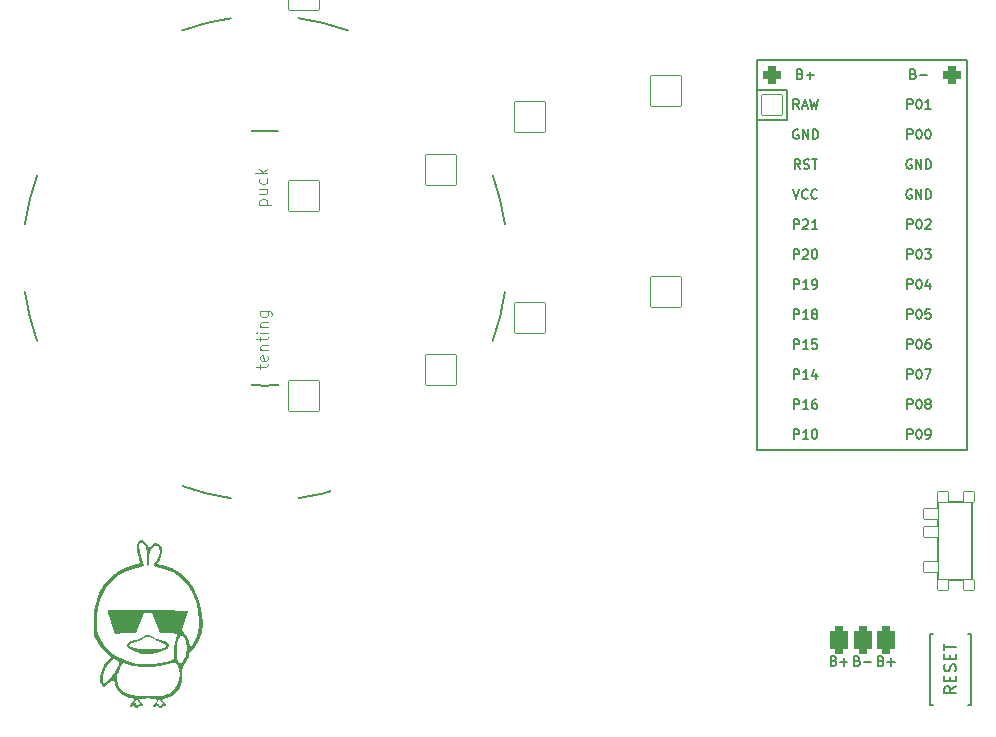
<source format=gto>
%TF.GenerationSoftware,KiCad,Pcbnew,(6.0.4-0)*%
%TF.CreationDate,2022-04-28T13:46:59+02:00*%
%TF.ProjectId,duckmini,6475636b-6d69-46e6-992e-6b696361645f,v1.0.0*%
%TF.SameCoordinates,Original*%
%TF.FileFunction,Legend,Top*%
%TF.FilePolarity,Positive*%
%FSLAX46Y46*%
G04 Gerber Fmt 4.6, Leading zero omitted, Abs format (unit mm)*
G04 Created by KiCad (PCBNEW (6.0.4-0)) date 2022-04-28 13:46:59*
%MOMM*%
%LPD*%
G01*
G04 APERTURE LIST*
G04 Aperture macros list*
%AMRoundRect*
0 Rectangle with rounded corners*
0 $1 Rounding radius*
0 $2 $3 $4 $5 $6 $7 $8 $9 X,Y pos of 4 corners*
0 Add a 4 corners polygon primitive as box body*
4,1,4,$2,$3,$4,$5,$6,$7,$8,$9,$2,$3,0*
0 Add four circle primitives for the rounded corners*
1,1,$1+$1,$2,$3*
1,1,$1+$1,$4,$5*
1,1,$1+$1,$6,$7*
1,1,$1+$1,$8,$9*
0 Add four rect primitives between the rounded corners*
20,1,$1+$1,$2,$3,$4,$5,0*
20,1,$1+$1,$4,$5,$6,$7,0*
20,1,$1+$1,$6,$7,$8,$9,0*
20,1,$1+$1,$8,$9,$2,$3,0*%
G04 Aperture macros list end*
%ADD10C,0.150000*%
%ADD11C,0.100000*%
%ADD12C,0.200000*%
%ADD13RoundRect,0.375000X-0.375000X-0.750000X0.375000X-0.750000X0.375000X0.750000X-0.375000X0.750000X0*%
%ADD14C,2.000000*%
%ADD15R,1.752600X1.752600*%
%ADD16C,1.752600*%
%ADD17RoundRect,0.375000X-0.375000X-0.375000X0.375000X-0.375000X0.375000X0.375000X-0.375000X0.375000X0*%
%ADD18RoundRect,0.050000X-0.450000X0.450000X-0.450000X-0.450000X0.450000X-0.450000X0.450000X0.450000X0*%
%ADD19RoundRect,0.050000X-0.625000X0.450000X-0.625000X-0.450000X0.625000X-0.450000X0.625000X0.450000X0*%
%ADD20RoundRect,0.425000X-0.375000X-0.750000X0.375000X-0.750000X0.375000X0.750000X-0.375000X0.750000X0*%
%ADD21C,2.100000*%
%ADD22C,3.100000*%
%ADD23C,1.801800*%
%ADD24C,3.529000*%
%ADD25RoundRect,0.050000X-1.054507X-1.505993X1.505993X-1.054507X1.054507X1.505993X-1.505993X1.054507X0*%
%ADD26C,2.132000*%
%ADD27RoundRect,0.050000X-1.181751X-1.408356X1.408356X-1.181751X1.181751X1.408356X-1.408356X1.181751X0*%
%ADD28RoundRect,0.050000X-1.300000X-1.300000X1.300000X-1.300000X1.300000X1.300000X-1.300000X1.300000X0*%
%ADD29RoundRect,0.050000X-1.775833X-0.475833X0.475833X-1.775833X1.775833X0.475833X-0.475833X1.775833X0*%
%ADD30C,1.100000*%
%ADD31RoundRect,0.050000X-0.863113X-1.623279X1.623279X-0.863113X0.863113X1.623279X-1.623279X0.863113X0*%
%ADD32RoundRect,0.050000X-1.592168X-0.919239X0.919239X-1.592168X1.592168X0.919239X-0.919239X1.592168X0*%
%ADD33RoundRect,0.050000X-0.876300X0.876300X-0.876300X-0.876300X0.876300X-0.876300X0.876300X0.876300X0*%
%ADD34C,1.852600*%
%ADD35RoundRect,0.425000X-0.375000X-0.375000X0.375000X-0.375000X0.375000X0.375000X-0.375000X0.375000X0*%
%ADD36C,4.500000*%
G04 APERTURE END LIST*
D10*
%TO.C,PAD1*%
X153972991Y54073625D02*
X154087277Y54035530D01*
X154125372Y53997435D01*
X154163467Y53921244D01*
X154163467Y53806959D01*
X154125372Y53730768D01*
X154087277Y53692673D01*
X154011087Y53654578D01*
X153706325Y53654578D01*
X153706325Y54454578D01*
X153972991Y54454578D01*
X154049182Y54416483D01*
X154087277Y54378387D01*
X154125372Y54302197D01*
X154125372Y54226006D01*
X154087277Y54149816D01*
X154049182Y54111721D01*
X153972991Y54073625D01*
X153706325Y54073625D01*
X154506325Y53959340D02*
X155115848Y53959340D01*
X151972991Y54073625D02*
X152087277Y54035530D01*
X152125372Y53997435D01*
X152163467Y53921244D01*
X152163467Y53806959D01*
X152125372Y53730768D01*
X152087277Y53692673D01*
X152011087Y53654578D01*
X151706325Y53654578D01*
X151706325Y54454578D01*
X151972991Y54454578D01*
X152049182Y54416483D01*
X152087277Y54378387D01*
X152125372Y54302197D01*
X152125372Y54226006D01*
X152087277Y54149816D01*
X152049182Y54111721D01*
X151972991Y54073625D01*
X151706325Y54073625D01*
X152506325Y53959340D02*
X153115848Y53959340D01*
X152811087Y53654578D02*
X152811087Y54264102D01*
X155972991Y54073625D02*
X156087277Y54035530D01*
X156125372Y53997435D01*
X156163467Y53921244D01*
X156163467Y53806959D01*
X156125372Y53730768D01*
X156087277Y53692673D01*
X156011087Y53654578D01*
X155706325Y53654578D01*
X155706325Y54454578D01*
X155972991Y54454578D01*
X156049182Y54416483D01*
X156087277Y54378387D01*
X156125372Y54302197D01*
X156125372Y54226006D01*
X156087277Y54149816D01*
X156049182Y54111721D01*
X155972991Y54073625D01*
X155706325Y54073625D01*
X156506325Y53959340D02*
X157115848Y53959340D01*
X156811087Y53654578D02*
X156811087Y54264102D01*
%TO.C,B1*%
X162302380Y51887619D02*
X161826190Y51554285D01*
X162302380Y51316190D02*
X161302380Y51316190D01*
X161302380Y51697142D01*
X161350000Y51792380D01*
X161397619Y51840000D01*
X161492857Y51887619D01*
X161635714Y51887619D01*
X161730952Y51840000D01*
X161778571Y51792380D01*
X161826190Y51697142D01*
X161826190Y51316190D01*
X161778571Y52316190D02*
X161778571Y52649523D01*
X162302380Y52792380D02*
X162302380Y52316190D01*
X161302380Y52316190D01*
X161302380Y52792380D01*
X162254761Y53173333D02*
X162302380Y53316190D01*
X162302380Y53554285D01*
X162254761Y53649523D01*
X162207142Y53697142D01*
X162111904Y53744761D01*
X162016666Y53744761D01*
X161921428Y53697142D01*
X161873809Y53649523D01*
X161826190Y53554285D01*
X161778571Y53363809D01*
X161730952Y53268571D01*
X161683333Y53220952D01*
X161588095Y53173333D01*
X161492857Y53173333D01*
X161397619Y53220952D01*
X161350000Y53268571D01*
X161302380Y53363809D01*
X161302380Y53601904D01*
X161350000Y53744761D01*
X161778571Y54173333D02*
X161778571Y54506666D01*
X162302380Y54649523D02*
X162302380Y54173333D01*
X161302380Y54173333D01*
X161302380Y54649523D01*
X161302380Y54935238D02*
X161302380Y55506666D01*
X162302380Y55220952D02*
X161302380Y55220952D01*
%TO.C,MCU1*%
X158185784Y75380637D02*
X158185784Y76180637D01*
X158490546Y76180637D01*
X158566736Y76142542D01*
X158604832Y76104446D01*
X158642927Y76028256D01*
X158642927Y75913970D01*
X158604832Y75837780D01*
X158566736Y75799684D01*
X158490546Y75761589D01*
X158185784Y75761589D01*
X159138165Y76180637D02*
X159214355Y76180637D01*
X159290546Y76142542D01*
X159328641Y76104446D01*
X159366736Y76028256D01*
X159404832Y75875875D01*
X159404832Y75685399D01*
X159366736Y75533018D01*
X159328641Y75456827D01*
X159290546Y75418732D01*
X159214355Y75380637D01*
X159138165Y75380637D01*
X159061974Y75418732D01*
X159023879Y75456827D01*
X158985784Y75533018D01*
X158947689Y75685399D01*
X158947689Y75875875D01*
X158985784Y76028256D01*
X159023879Y76104446D01*
X159061974Y76142542D01*
X159138165Y76180637D01*
X159861974Y75837780D02*
X159785784Y75875875D01*
X159747689Y75913970D01*
X159709593Y75990161D01*
X159709593Y76028256D01*
X159747689Y76104446D01*
X159785784Y76142542D01*
X159861974Y76180637D01*
X160014355Y76180637D01*
X160090546Y76142542D01*
X160128641Y76104446D01*
X160166736Y76028256D01*
X160166736Y75990161D01*
X160128641Y75913970D01*
X160090546Y75875875D01*
X160014355Y75837780D01*
X159861974Y75837780D01*
X159785784Y75799684D01*
X159747689Y75761589D01*
X159709593Y75685399D01*
X159709593Y75533018D01*
X159747689Y75456827D01*
X159785784Y75418732D01*
X159861974Y75380637D01*
X160014355Y75380637D01*
X160090546Y75418732D01*
X160128641Y75456827D01*
X160166736Y75533018D01*
X160166736Y75685399D01*
X160128641Y75761589D01*
X160090546Y75799684D01*
X160014355Y75837780D01*
X158185784Y100780637D02*
X158185784Y101580637D01*
X158490546Y101580637D01*
X158566736Y101542542D01*
X158604832Y101504446D01*
X158642927Y101428256D01*
X158642927Y101313970D01*
X158604832Y101237780D01*
X158566736Y101199684D01*
X158490546Y101161589D01*
X158185784Y101161589D01*
X159138165Y101580637D02*
X159214355Y101580637D01*
X159290546Y101542542D01*
X159328641Y101504446D01*
X159366736Y101428256D01*
X159404832Y101275875D01*
X159404832Y101085399D01*
X159366736Y100933018D01*
X159328641Y100856827D01*
X159290546Y100818732D01*
X159214355Y100780637D01*
X159138165Y100780637D01*
X159061974Y100818732D01*
X159023879Y100856827D01*
X158985784Y100933018D01*
X158947689Y101085399D01*
X158947689Y101275875D01*
X158985784Y101428256D01*
X159023879Y101504446D01*
X159061974Y101542542D01*
X159138165Y101580637D01*
X160166736Y100780637D02*
X159709593Y100780637D01*
X159938165Y100780637D02*
X159938165Y101580637D01*
X159861974Y101466351D01*
X159785784Y101390161D01*
X159709593Y101352065D01*
X148585784Y90620637D02*
X148585784Y91420637D01*
X148890546Y91420637D01*
X148966736Y91382542D01*
X149004832Y91344446D01*
X149042927Y91268256D01*
X149042927Y91153970D01*
X149004832Y91077780D01*
X148966736Y91039684D01*
X148890546Y91001589D01*
X148585784Y91001589D01*
X149347689Y91344446D02*
X149385784Y91382542D01*
X149461974Y91420637D01*
X149652451Y91420637D01*
X149728641Y91382542D01*
X149766736Y91344446D01*
X149804832Y91268256D01*
X149804832Y91192065D01*
X149766736Y91077780D01*
X149309593Y90620637D01*
X149804832Y90620637D01*
X150566736Y90620637D02*
X150109593Y90620637D01*
X150338165Y90620637D02*
X150338165Y91420637D01*
X150261974Y91306351D01*
X150185784Y91230161D01*
X150109593Y91192065D01*
X148585784Y77920637D02*
X148585784Y78720637D01*
X148890546Y78720637D01*
X148966736Y78682542D01*
X149004832Y78644446D01*
X149042927Y78568256D01*
X149042927Y78453970D01*
X149004832Y78377780D01*
X148966736Y78339684D01*
X148890546Y78301589D01*
X148585784Y78301589D01*
X149804832Y77920637D02*
X149347689Y77920637D01*
X149576260Y77920637D02*
X149576260Y78720637D01*
X149500070Y78606351D01*
X149423879Y78530161D01*
X149347689Y78492065D01*
X150490546Y78453970D02*
X150490546Y77920637D01*
X150300070Y78758732D02*
X150109593Y78187303D01*
X150604832Y78187303D01*
X149119117Y103739684D02*
X149233403Y103701589D01*
X149271498Y103663494D01*
X149309593Y103587303D01*
X149309593Y103473018D01*
X149271498Y103396827D01*
X149233403Y103358732D01*
X149157213Y103320637D01*
X148852451Y103320637D01*
X148852451Y104120637D01*
X149119117Y104120637D01*
X149195308Y104082542D01*
X149233403Y104044446D01*
X149271498Y103968256D01*
X149271498Y103892065D01*
X149233403Y103815875D01*
X149195308Y103777780D01*
X149119117Y103739684D01*
X148852451Y103739684D01*
X149652451Y103625399D02*
X150261974Y103625399D01*
X149957213Y103320637D02*
X149957213Y103930161D01*
X148585784Y88080637D02*
X148585784Y88880637D01*
X148890546Y88880637D01*
X148966736Y88842542D01*
X149004832Y88804446D01*
X149042927Y88728256D01*
X149042927Y88613970D01*
X149004832Y88537780D01*
X148966736Y88499684D01*
X148890546Y88461589D01*
X148585784Y88461589D01*
X149347689Y88804446D02*
X149385784Y88842542D01*
X149461974Y88880637D01*
X149652451Y88880637D01*
X149728641Y88842542D01*
X149766736Y88804446D01*
X149804832Y88728256D01*
X149804832Y88652065D01*
X149766736Y88537780D01*
X149309593Y88080637D01*
X149804832Y88080637D01*
X150300070Y88880637D02*
X150376260Y88880637D01*
X150452451Y88842542D01*
X150490546Y88804446D01*
X150528641Y88728256D01*
X150566736Y88575875D01*
X150566736Y88385399D01*
X150528641Y88233018D01*
X150490546Y88156827D01*
X150452451Y88118732D01*
X150376260Y88080637D01*
X150300070Y88080637D01*
X150223879Y88118732D01*
X150185784Y88156827D01*
X150147689Y88233018D01*
X150109593Y88385399D01*
X150109593Y88575875D01*
X150147689Y88728256D01*
X150185784Y88804446D01*
X150223879Y88842542D01*
X150300070Y88880637D01*
X158185784Y72840637D02*
X158185784Y73640637D01*
X158490546Y73640637D01*
X158566736Y73602542D01*
X158604832Y73564446D01*
X158642927Y73488256D01*
X158642927Y73373970D01*
X158604832Y73297780D01*
X158566736Y73259684D01*
X158490546Y73221589D01*
X158185784Y73221589D01*
X159138165Y73640637D02*
X159214355Y73640637D01*
X159290546Y73602542D01*
X159328641Y73564446D01*
X159366736Y73488256D01*
X159404832Y73335875D01*
X159404832Y73145399D01*
X159366736Y72993018D01*
X159328641Y72916827D01*
X159290546Y72878732D01*
X159214355Y72840637D01*
X159138165Y72840637D01*
X159061974Y72878732D01*
X159023879Y72916827D01*
X158985784Y72993018D01*
X158947689Y73145399D01*
X158947689Y73335875D01*
X158985784Y73488256D01*
X159023879Y73564446D01*
X159061974Y73602542D01*
X159138165Y73640637D01*
X159785784Y72840637D02*
X159938165Y72840637D01*
X160014355Y72878732D01*
X160052451Y72916827D01*
X160128641Y73031113D01*
X160166736Y73183494D01*
X160166736Y73488256D01*
X160128641Y73564446D01*
X160090546Y73602542D01*
X160014355Y73640637D01*
X159861974Y73640637D01*
X159785784Y73602542D01*
X159747689Y73564446D01*
X159709593Y73488256D01*
X159709593Y73297780D01*
X159747689Y73221589D01*
X159785784Y73183494D01*
X159861974Y73145399D01*
X160014355Y73145399D01*
X160090546Y73183494D01*
X160128641Y73221589D01*
X160166736Y73297780D01*
X148585784Y75380637D02*
X148585784Y76180637D01*
X148890546Y76180637D01*
X148966736Y76142542D01*
X149004832Y76104446D01*
X149042927Y76028256D01*
X149042927Y75913970D01*
X149004832Y75837780D01*
X148966736Y75799684D01*
X148890546Y75761589D01*
X148585784Y75761589D01*
X149804832Y75380637D02*
X149347689Y75380637D01*
X149576260Y75380637D02*
X149576260Y76180637D01*
X149500070Y76066351D01*
X149423879Y75990161D01*
X149347689Y75952065D01*
X150490546Y76180637D02*
X150338165Y76180637D01*
X150261974Y76142542D01*
X150223879Y76104446D01*
X150147689Y75990161D01*
X150109593Y75837780D01*
X150109593Y75533018D01*
X150147689Y75456827D01*
X150185784Y75418732D01*
X150261974Y75380637D01*
X150414355Y75380637D01*
X150490546Y75418732D01*
X150528641Y75456827D01*
X150566736Y75533018D01*
X150566736Y75723494D01*
X150528641Y75799684D01*
X150490546Y75837780D01*
X150414355Y75875875D01*
X150261974Y75875875D01*
X150185784Y75837780D01*
X150147689Y75799684D01*
X150109593Y75723494D01*
X149119117Y95700637D02*
X148852451Y96081589D01*
X148661974Y95700637D02*
X148661974Y96500637D01*
X148966736Y96500637D01*
X149042927Y96462542D01*
X149081022Y96424446D01*
X149119117Y96348256D01*
X149119117Y96233970D01*
X149081022Y96157780D01*
X149042927Y96119684D01*
X148966736Y96081589D01*
X148661974Y96081589D01*
X149423879Y95738732D02*
X149538165Y95700637D01*
X149728641Y95700637D01*
X149804832Y95738732D01*
X149842927Y95776827D01*
X149881022Y95853018D01*
X149881022Y95929208D01*
X149842927Y96005399D01*
X149804832Y96043494D01*
X149728641Y96081589D01*
X149576260Y96119684D01*
X149500070Y96157780D01*
X149461974Y96195875D01*
X149423879Y96272065D01*
X149423879Y96348256D01*
X149461974Y96424446D01*
X149500070Y96462542D01*
X149576260Y96500637D01*
X149766736Y96500637D01*
X149881022Y96462542D01*
X150109593Y96500637D02*
X150566736Y96500637D01*
X150338165Y95700637D02*
X150338165Y96500637D01*
X158185784Y90620637D02*
X158185784Y91420637D01*
X158490546Y91420637D01*
X158566736Y91382542D01*
X158604832Y91344446D01*
X158642927Y91268256D01*
X158642927Y91153970D01*
X158604832Y91077780D01*
X158566736Y91039684D01*
X158490546Y91001589D01*
X158185784Y91001589D01*
X159138165Y91420637D02*
X159214355Y91420637D01*
X159290546Y91382542D01*
X159328641Y91344446D01*
X159366736Y91268256D01*
X159404832Y91115875D01*
X159404832Y90925399D01*
X159366736Y90773018D01*
X159328641Y90696827D01*
X159290546Y90658732D01*
X159214355Y90620637D01*
X159138165Y90620637D01*
X159061974Y90658732D01*
X159023879Y90696827D01*
X158985784Y90773018D01*
X158947689Y90925399D01*
X158947689Y91115875D01*
X158985784Y91268256D01*
X159023879Y91344446D01*
X159061974Y91382542D01*
X159138165Y91420637D01*
X159709593Y91344446D02*
X159747689Y91382542D01*
X159823879Y91420637D01*
X160014355Y91420637D01*
X160090546Y91382542D01*
X160128641Y91344446D01*
X160166736Y91268256D01*
X160166736Y91192065D01*
X160128641Y91077780D01*
X159671498Y90620637D01*
X160166736Y90620637D01*
X148585784Y83000637D02*
X148585784Y83800637D01*
X148890546Y83800637D01*
X148966736Y83762542D01*
X149004832Y83724446D01*
X149042927Y83648256D01*
X149042927Y83533970D01*
X149004832Y83457780D01*
X148966736Y83419684D01*
X148890546Y83381589D01*
X148585784Y83381589D01*
X149804832Y83000637D02*
X149347689Y83000637D01*
X149576260Y83000637D02*
X149576260Y83800637D01*
X149500070Y83686351D01*
X149423879Y83610161D01*
X149347689Y83572065D01*
X150261974Y83457780D02*
X150185784Y83495875D01*
X150147689Y83533970D01*
X150109593Y83610161D01*
X150109593Y83648256D01*
X150147689Y83724446D01*
X150185784Y83762542D01*
X150261974Y83800637D01*
X150414355Y83800637D01*
X150490546Y83762542D01*
X150528641Y83724446D01*
X150566736Y83648256D01*
X150566736Y83610161D01*
X150528641Y83533970D01*
X150490546Y83495875D01*
X150414355Y83457780D01*
X150261974Y83457780D01*
X150185784Y83419684D01*
X150147689Y83381589D01*
X150109593Y83305399D01*
X150109593Y83153018D01*
X150147689Y83076827D01*
X150185784Y83038732D01*
X150261974Y83000637D01*
X150414355Y83000637D01*
X150490546Y83038732D01*
X150528641Y83076827D01*
X150566736Y83153018D01*
X150566736Y83305399D01*
X150528641Y83381589D01*
X150490546Y83419684D01*
X150414355Y83457780D01*
X148585784Y72840637D02*
X148585784Y73640637D01*
X148890546Y73640637D01*
X148966736Y73602542D01*
X149004832Y73564446D01*
X149042927Y73488256D01*
X149042927Y73373970D01*
X149004832Y73297780D01*
X148966736Y73259684D01*
X148890546Y73221589D01*
X148585784Y73221589D01*
X149804832Y72840637D02*
X149347689Y72840637D01*
X149576260Y72840637D02*
X149576260Y73640637D01*
X149500070Y73526351D01*
X149423879Y73450161D01*
X149347689Y73412065D01*
X150300070Y73640637D02*
X150376260Y73640637D01*
X150452451Y73602542D01*
X150490546Y73564446D01*
X150528641Y73488256D01*
X150566736Y73335875D01*
X150566736Y73145399D01*
X150528641Y72993018D01*
X150490546Y72916827D01*
X150452451Y72878732D01*
X150376260Y72840637D01*
X150300070Y72840637D01*
X150223879Y72878732D01*
X150185784Y72916827D01*
X150147689Y72993018D01*
X150109593Y73145399D01*
X150109593Y73335875D01*
X150147689Y73488256D01*
X150185784Y73564446D01*
X150223879Y73602542D01*
X150300070Y73640637D01*
X158547689Y93922542D02*
X158471498Y93960637D01*
X158357213Y93960637D01*
X158242927Y93922542D01*
X158166736Y93846351D01*
X158128641Y93770161D01*
X158090546Y93617780D01*
X158090546Y93503494D01*
X158128641Y93351113D01*
X158166736Y93274922D01*
X158242927Y93198732D01*
X158357213Y93160637D01*
X158433403Y93160637D01*
X158547689Y93198732D01*
X158585784Y93236827D01*
X158585784Y93503494D01*
X158433403Y93503494D01*
X158928641Y93160637D02*
X158928641Y93960637D01*
X159385784Y93160637D01*
X159385784Y93960637D01*
X159766736Y93160637D02*
X159766736Y93960637D01*
X159957213Y93960637D01*
X160071498Y93922542D01*
X160147689Y93846351D01*
X160185784Y93770161D01*
X160223879Y93617780D01*
X160223879Y93503494D01*
X160185784Y93351113D01*
X160147689Y93274922D01*
X160071498Y93198732D01*
X159957213Y93160637D01*
X159766736Y93160637D01*
X158185784Y98240637D02*
X158185784Y99040637D01*
X158490546Y99040637D01*
X158566736Y99002542D01*
X158604832Y98964446D01*
X158642927Y98888256D01*
X158642927Y98773970D01*
X158604832Y98697780D01*
X158566736Y98659684D01*
X158490546Y98621589D01*
X158185784Y98621589D01*
X159138165Y99040637D02*
X159214355Y99040637D01*
X159290546Y99002542D01*
X159328641Y98964446D01*
X159366736Y98888256D01*
X159404832Y98735875D01*
X159404832Y98545399D01*
X159366736Y98393018D01*
X159328641Y98316827D01*
X159290546Y98278732D01*
X159214355Y98240637D01*
X159138165Y98240637D01*
X159061974Y98278732D01*
X159023879Y98316827D01*
X158985784Y98393018D01*
X158947689Y98545399D01*
X158947689Y98735875D01*
X158985784Y98888256D01*
X159023879Y98964446D01*
X159061974Y99002542D01*
X159138165Y99040637D01*
X159900070Y99040637D02*
X159976260Y99040637D01*
X160052451Y99002542D01*
X160090546Y98964446D01*
X160128641Y98888256D01*
X160166736Y98735875D01*
X160166736Y98545399D01*
X160128641Y98393018D01*
X160090546Y98316827D01*
X160052451Y98278732D01*
X159976260Y98240637D01*
X159900070Y98240637D01*
X159823879Y98278732D01*
X159785784Y98316827D01*
X159747689Y98393018D01*
X159709593Y98545399D01*
X159709593Y98735875D01*
X159747689Y98888256D01*
X159785784Y98964446D01*
X159823879Y99002542D01*
X159900070Y99040637D01*
X149004832Y100780637D02*
X148738165Y101161589D01*
X148547689Y100780637D02*
X148547689Y101580637D01*
X148852451Y101580637D01*
X148928641Y101542542D01*
X148966736Y101504446D01*
X149004832Y101428256D01*
X149004832Y101313970D01*
X148966736Y101237780D01*
X148928641Y101199684D01*
X148852451Y101161589D01*
X148547689Y101161589D01*
X149309593Y101009208D02*
X149690546Y101009208D01*
X149233403Y100780637D02*
X149500070Y101580637D01*
X149766736Y100780637D01*
X149957213Y101580637D02*
X150147689Y100780637D01*
X150300070Y101352065D01*
X150452451Y100780637D01*
X150642927Y101580637D01*
X158185784Y88080637D02*
X158185784Y88880637D01*
X158490546Y88880637D01*
X158566736Y88842542D01*
X158604832Y88804446D01*
X158642927Y88728256D01*
X158642927Y88613970D01*
X158604832Y88537780D01*
X158566736Y88499684D01*
X158490546Y88461589D01*
X158185784Y88461589D01*
X159138165Y88880637D02*
X159214355Y88880637D01*
X159290546Y88842542D01*
X159328641Y88804446D01*
X159366736Y88728256D01*
X159404832Y88575875D01*
X159404832Y88385399D01*
X159366736Y88233018D01*
X159328641Y88156827D01*
X159290546Y88118732D01*
X159214355Y88080637D01*
X159138165Y88080637D01*
X159061974Y88118732D01*
X159023879Y88156827D01*
X158985784Y88233018D01*
X158947689Y88385399D01*
X158947689Y88575875D01*
X158985784Y88728256D01*
X159023879Y88804446D01*
X159061974Y88842542D01*
X159138165Y88880637D01*
X159671498Y88880637D02*
X160166736Y88880637D01*
X159900070Y88575875D01*
X160014355Y88575875D01*
X160090546Y88537780D01*
X160128641Y88499684D01*
X160166736Y88423494D01*
X160166736Y88233018D01*
X160128641Y88156827D01*
X160090546Y88118732D01*
X160014355Y88080637D01*
X159785784Y88080637D01*
X159709593Y88118732D01*
X159671498Y88156827D01*
X158547689Y96462542D02*
X158471498Y96500637D01*
X158357213Y96500637D01*
X158242927Y96462542D01*
X158166736Y96386351D01*
X158128641Y96310161D01*
X158090546Y96157780D01*
X158090546Y96043494D01*
X158128641Y95891113D01*
X158166736Y95814922D01*
X158242927Y95738732D01*
X158357213Y95700637D01*
X158433403Y95700637D01*
X158547689Y95738732D01*
X158585784Y95776827D01*
X158585784Y96043494D01*
X158433403Y96043494D01*
X158928641Y95700637D02*
X158928641Y96500637D01*
X159385784Y95700637D01*
X159385784Y96500637D01*
X159766736Y95700637D02*
X159766736Y96500637D01*
X159957213Y96500637D01*
X160071498Y96462542D01*
X160147689Y96386351D01*
X160185784Y96310161D01*
X160223879Y96157780D01*
X160223879Y96043494D01*
X160185784Y95891113D01*
X160147689Y95814922D01*
X160071498Y95738732D01*
X159957213Y95700637D01*
X159766736Y95700637D01*
X158185784Y77920637D02*
X158185784Y78720637D01*
X158490546Y78720637D01*
X158566736Y78682542D01*
X158604832Y78644446D01*
X158642927Y78568256D01*
X158642927Y78453970D01*
X158604832Y78377780D01*
X158566736Y78339684D01*
X158490546Y78301589D01*
X158185784Y78301589D01*
X159138165Y78720637D02*
X159214355Y78720637D01*
X159290546Y78682542D01*
X159328641Y78644446D01*
X159366736Y78568256D01*
X159404832Y78415875D01*
X159404832Y78225399D01*
X159366736Y78073018D01*
X159328641Y77996827D01*
X159290546Y77958732D01*
X159214355Y77920637D01*
X159138165Y77920637D01*
X159061974Y77958732D01*
X159023879Y77996827D01*
X158985784Y78073018D01*
X158947689Y78225399D01*
X158947689Y78415875D01*
X158985784Y78568256D01*
X159023879Y78644446D01*
X159061974Y78682542D01*
X159138165Y78720637D01*
X159671498Y78720637D02*
X160204832Y78720637D01*
X159861974Y77920637D01*
X148585784Y85540637D02*
X148585784Y86340637D01*
X148890546Y86340637D01*
X148966736Y86302542D01*
X149004832Y86264446D01*
X149042927Y86188256D01*
X149042927Y86073970D01*
X149004832Y85997780D01*
X148966736Y85959684D01*
X148890546Y85921589D01*
X148585784Y85921589D01*
X149804832Y85540637D02*
X149347689Y85540637D01*
X149576260Y85540637D02*
X149576260Y86340637D01*
X149500070Y86226351D01*
X149423879Y86150161D01*
X149347689Y86112065D01*
X150185784Y85540637D02*
X150338165Y85540637D01*
X150414355Y85578732D01*
X150452451Y85616827D01*
X150528641Y85731113D01*
X150566736Y85883494D01*
X150566736Y86188256D01*
X150528641Y86264446D01*
X150490546Y86302542D01*
X150414355Y86340637D01*
X150261974Y86340637D01*
X150185784Y86302542D01*
X150147689Y86264446D01*
X150109593Y86188256D01*
X150109593Y85997780D01*
X150147689Y85921589D01*
X150185784Y85883494D01*
X150261974Y85845399D01*
X150414355Y85845399D01*
X150490546Y85883494D01*
X150528641Y85921589D01*
X150566736Y85997780D01*
X158185784Y85540637D02*
X158185784Y86340637D01*
X158490546Y86340637D01*
X158566736Y86302542D01*
X158604832Y86264446D01*
X158642927Y86188256D01*
X158642927Y86073970D01*
X158604832Y85997780D01*
X158566736Y85959684D01*
X158490546Y85921589D01*
X158185784Y85921589D01*
X159138165Y86340637D02*
X159214355Y86340637D01*
X159290546Y86302542D01*
X159328641Y86264446D01*
X159366736Y86188256D01*
X159404832Y86035875D01*
X159404832Y85845399D01*
X159366736Y85693018D01*
X159328641Y85616827D01*
X159290546Y85578732D01*
X159214355Y85540637D01*
X159138165Y85540637D01*
X159061974Y85578732D01*
X159023879Y85616827D01*
X158985784Y85693018D01*
X158947689Y85845399D01*
X158947689Y86035875D01*
X158985784Y86188256D01*
X159023879Y86264446D01*
X159061974Y86302542D01*
X159138165Y86340637D01*
X160090546Y86073970D02*
X160090546Y85540637D01*
X159900070Y86378732D02*
X159709593Y85807303D01*
X160204832Y85807303D01*
X158185784Y83000637D02*
X158185784Y83800637D01*
X158490546Y83800637D01*
X158566736Y83762542D01*
X158604832Y83724446D01*
X158642927Y83648256D01*
X158642927Y83533970D01*
X158604832Y83457780D01*
X158566736Y83419684D01*
X158490546Y83381589D01*
X158185784Y83381589D01*
X159138165Y83800637D02*
X159214355Y83800637D01*
X159290546Y83762542D01*
X159328641Y83724446D01*
X159366736Y83648256D01*
X159404832Y83495875D01*
X159404832Y83305399D01*
X159366736Y83153018D01*
X159328641Y83076827D01*
X159290546Y83038732D01*
X159214355Y83000637D01*
X159138165Y83000637D01*
X159061974Y83038732D01*
X159023879Y83076827D01*
X158985784Y83153018D01*
X158947689Y83305399D01*
X158947689Y83495875D01*
X158985784Y83648256D01*
X159023879Y83724446D01*
X159061974Y83762542D01*
X159138165Y83800637D01*
X160128641Y83800637D02*
X159747689Y83800637D01*
X159709593Y83419684D01*
X159747689Y83457780D01*
X159823879Y83495875D01*
X160014355Y83495875D01*
X160090546Y83457780D01*
X160128641Y83419684D01*
X160166736Y83343494D01*
X160166736Y83153018D01*
X160128641Y83076827D01*
X160090546Y83038732D01*
X160014355Y83000637D01*
X159823879Y83000637D01*
X159747689Y83038732D01*
X159709593Y83076827D01*
X148947689Y99002542D02*
X148871498Y99040637D01*
X148757213Y99040637D01*
X148642927Y99002542D01*
X148566736Y98926351D01*
X148528641Y98850161D01*
X148490546Y98697780D01*
X148490546Y98583494D01*
X148528641Y98431113D01*
X148566736Y98354922D01*
X148642927Y98278732D01*
X148757213Y98240637D01*
X148833403Y98240637D01*
X148947689Y98278732D01*
X148985784Y98316827D01*
X148985784Y98583494D01*
X148833403Y98583494D01*
X149328641Y98240637D02*
X149328641Y99040637D01*
X149785784Y98240637D01*
X149785784Y99040637D01*
X150166736Y98240637D02*
X150166736Y99040637D01*
X150357213Y99040637D01*
X150471498Y99002542D01*
X150547689Y98926351D01*
X150585784Y98850161D01*
X150623879Y98697780D01*
X150623879Y98583494D01*
X150585784Y98431113D01*
X150547689Y98354922D01*
X150471498Y98278732D01*
X150357213Y98240637D01*
X150166736Y98240637D01*
X158719117Y103739684D02*
X158833403Y103701589D01*
X158871498Y103663494D01*
X158909593Y103587303D01*
X158909593Y103473018D01*
X158871498Y103396827D01*
X158833403Y103358732D01*
X158757213Y103320637D01*
X158452451Y103320637D01*
X158452451Y104120637D01*
X158719117Y104120637D01*
X158795308Y104082542D01*
X158833403Y104044446D01*
X158871498Y103968256D01*
X158871498Y103892065D01*
X158833403Y103815875D01*
X158795308Y103777780D01*
X158719117Y103739684D01*
X158452451Y103739684D01*
X159252451Y103625399D02*
X159861974Y103625399D01*
X148585784Y80460637D02*
X148585784Y81260637D01*
X148890546Y81260637D01*
X148966736Y81222542D01*
X149004832Y81184446D01*
X149042927Y81108256D01*
X149042927Y80993970D01*
X149004832Y80917780D01*
X148966736Y80879684D01*
X148890546Y80841589D01*
X148585784Y80841589D01*
X149804832Y80460637D02*
X149347689Y80460637D01*
X149576260Y80460637D02*
X149576260Y81260637D01*
X149500070Y81146351D01*
X149423879Y81070161D01*
X149347689Y81032065D01*
X150528641Y81260637D02*
X150147689Y81260637D01*
X150109593Y80879684D01*
X150147689Y80917780D01*
X150223879Y80955875D01*
X150414355Y80955875D01*
X150490546Y80917780D01*
X150528641Y80879684D01*
X150566736Y80803494D01*
X150566736Y80613018D01*
X150528641Y80536827D01*
X150490546Y80498732D01*
X150414355Y80460637D01*
X150223879Y80460637D01*
X150147689Y80498732D01*
X150109593Y80536827D01*
X158185784Y80460637D02*
X158185784Y81260637D01*
X158490546Y81260637D01*
X158566736Y81222542D01*
X158604832Y81184446D01*
X158642927Y81108256D01*
X158642927Y80993970D01*
X158604832Y80917780D01*
X158566736Y80879684D01*
X158490546Y80841589D01*
X158185784Y80841589D01*
X159138165Y81260637D02*
X159214355Y81260637D01*
X159290546Y81222542D01*
X159328641Y81184446D01*
X159366736Y81108256D01*
X159404832Y80955875D01*
X159404832Y80765399D01*
X159366736Y80613018D01*
X159328641Y80536827D01*
X159290546Y80498732D01*
X159214355Y80460637D01*
X159138165Y80460637D01*
X159061974Y80498732D01*
X159023879Y80536827D01*
X158985784Y80613018D01*
X158947689Y80765399D01*
X158947689Y80955875D01*
X158985784Y81108256D01*
X159023879Y81184446D01*
X159061974Y81222542D01*
X159138165Y81260637D01*
X160090546Y81260637D02*
X159938165Y81260637D01*
X159861974Y81222542D01*
X159823879Y81184446D01*
X159747689Y81070161D01*
X159709593Y80917780D01*
X159709593Y80613018D01*
X159747689Y80536827D01*
X159785784Y80498732D01*
X159861974Y80460637D01*
X160014355Y80460637D01*
X160090546Y80498732D01*
X160128641Y80536827D01*
X160166736Y80613018D01*
X160166736Y80803494D01*
X160128641Y80879684D01*
X160090546Y80917780D01*
X160014355Y80955875D01*
X159861974Y80955875D01*
X159785784Y80917780D01*
X159747689Y80879684D01*
X159709593Y80803494D01*
X148490546Y93960637D02*
X148757213Y93160637D01*
X149023879Y93960637D01*
X149747689Y93236827D02*
X149709593Y93198732D01*
X149595308Y93160637D01*
X149519117Y93160637D01*
X149404832Y93198732D01*
X149328641Y93274922D01*
X149290546Y93351113D01*
X149252451Y93503494D01*
X149252451Y93617780D01*
X149290546Y93770161D01*
X149328641Y93846351D01*
X149404832Y93922542D01*
X149519117Y93960637D01*
X149595308Y93960637D01*
X149709593Y93922542D01*
X149747689Y93884446D01*
X150547689Y93236827D02*
X150509593Y93198732D01*
X150395308Y93160637D01*
X150319117Y93160637D01*
X150204832Y93198732D01*
X150128641Y93274922D01*
X150090546Y93351113D01*
X150052451Y93503494D01*
X150052451Y93617780D01*
X150090546Y93770161D01*
X150128641Y93846351D01*
X150204832Y93922542D01*
X150319117Y93960637D01*
X150395308Y93960637D01*
X150509593Y93922542D01*
X150547689Y93884446D01*
D11*
%TO.C,REF\u002A\u002A*%
X103392434Y78783427D02*
X103392434Y79164379D01*
X103059100Y78926284D02*
X103916243Y78926284D01*
X104011481Y78973903D01*
X104059100Y79069141D01*
X104059100Y79164379D01*
X104011481Y79878665D02*
X104059100Y79783427D01*
X104059100Y79592950D01*
X104011481Y79497712D01*
X103916243Y79450093D01*
X103535291Y79450093D01*
X103440053Y79497712D01*
X103392434Y79592950D01*
X103392434Y79783427D01*
X103440053Y79878665D01*
X103535291Y79926284D01*
X103630529Y79926284D01*
X103725767Y79450093D01*
X103392434Y80354855D02*
X104059100Y80354855D01*
X103487672Y80354855D02*
X103440053Y80402474D01*
X103392434Y80497712D01*
X103392434Y80640569D01*
X103440053Y80735807D01*
X103535291Y80783427D01*
X104059100Y80783427D01*
X103392434Y81116760D02*
X103392434Y81497712D01*
X103059100Y81259617D02*
X103916243Y81259617D01*
X104011481Y81307236D01*
X104059100Y81402474D01*
X104059100Y81497712D01*
X104059100Y81831046D02*
X103392434Y81831046D01*
X103059100Y81831046D02*
X103106720Y81783427D01*
X103154339Y81831046D01*
X103106720Y81878665D01*
X103059100Y81831046D01*
X103154339Y81831046D01*
X103392434Y82307236D02*
X104059100Y82307236D01*
X103487672Y82307236D02*
X103440053Y82354855D01*
X103392434Y82450093D01*
X103392434Y82592950D01*
X103440053Y82688188D01*
X103535291Y82735807D01*
X104059100Y82735807D01*
X103392434Y83640569D02*
X104201958Y83640569D01*
X104297196Y83592950D01*
X104344815Y83545331D01*
X104392434Y83450093D01*
X104392434Y83307236D01*
X104344815Y83211998D01*
X104011481Y83640569D02*
X104059100Y83545331D01*
X104059100Y83354855D01*
X104011481Y83259617D01*
X103963862Y83211998D01*
X103868624Y83164379D01*
X103582910Y83164379D01*
X103487672Y83211998D01*
X103440053Y83259617D01*
X103392434Y83354855D01*
X103392434Y83545331D01*
X103440053Y83640569D01*
X103328934Y92673927D02*
X104328934Y92673927D01*
X103376553Y92673927D02*
X103328934Y92769165D01*
X103328934Y92959641D01*
X103376553Y93054879D01*
X103424172Y93102498D01*
X103519410Y93150117D01*
X103805124Y93150117D01*
X103900362Y93102498D01*
X103947981Y93054879D01*
X103995600Y92959641D01*
X103995600Y92769165D01*
X103947981Y92673927D01*
X103328934Y94007260D02*
X103995600Y94007260D01*
X103328934Y93578688D02*
X103852743Y93578688D01*
X103947981Y93626307D01*
X103995600Y93721546D01*
X103995600Y93864403D01*
X103947981Y93959641D01*
X103900362Y94007260D01*
X103947981Y94912022D02*
X103995600Y94816784D01*
X103995600Y94626307D01*
X103947981Y94531069D01*
X103900362Y94483450D01*
X103805124Y94435831D01*
X103519410Y94435831D01*
X103424172Y94483450D01*
X103376553Y94531069D01*
X103328934Y94626307D01*
X103328934Y94816784D01*
X103376553Y94912022D01*
X103995600Y95340593D02*
X102995600Y95340593D01*
X103614648Y95435831D02*
X103995600Y95721546D01*
X103328934Y95721546D02*
X103709886Y95340593D01*
D10*
%TO.C,T1*%
X163637367Y67512667D02*
X160787367Y67512667D01*
X163637367Y62262667D02*
X163637367Y66162667D01*
X160787367Y67512667D02*
X160787367Y60912667D01*
X163637367Y64212667D02*
X163637367Y60912667D01*
X160787367Y60912667D02*
X163637367Y60912667D01*
X163637367Y64212667D02*
X163637367Y67512667D01*
%TO.C,B1*%
X163600000Y56340000D02*
X163600000Y50340000D01*
X160100000Y56340000D02*
X160100000Y50340000D01*
X163600000Y50340000D02*
X163350000Y50340000D01*
X160100000Y56340000D02*
X160350000Y56340000D01*
X160100000Y50340000D02*
X160350000Y50340000D01*
X163600000Y56340000D02*
X163350000Y56340000D01*
%TO.C,G\u002A\u002A\u002A*%
G36*
X92883978Y54811439D02*
G01*
X92740255Y54880814D01*
X92407058Y55056231D01*
X92211599Y55193916D01*
X92131416Y55310999D01*
X92130646Y55316839D01*
X92306885Y55316839D01*
X92323310Y55295956D01*
X92503738Y55201096D01*
X92814003Y55123189D01*
X93215242Y55064583D01*
X93668589Y55027628D01*
X94135180Y55014670D01*
X94576151Y55028060D01*
X94952637Y55070144D01*
X95174422Y55123679D01*
X95401772Y55233273D01*
X95460472Y55348492D01*
X95351061Y55468035D01*
X95074080Y55590598D01*
X94966078Y55625429D01*
X94664565Y55735323D01*
X94407590Y55860367D01*
X94283288Y55946404D01*
X94021677Y56093383D01*
X93736622Y56076183D01*
X93509613Y55948664D01*
X93306784Y55830100D01*
X93019752Y55709005D01*
X92844401Y55651219D01*
X92514387Y55534275D01*
X92332107Y55420696D01*
X92306885Y55316839D01*
X92130646Y55316839D01*
X92126422Y55348860D01*
X92205522Y55535943D01*
X92420663Y55696920D01*
X92738600Y55809825D01*
X92858300Y55832470D01*
X93154436Y55920791D01*
X93435028Y56068739D01*
X93454272Y56082600D01*
X93752550Y56247693D01*
X94019947Y56257391D01*
X94293936Y56111220D01*
X94343195Y56071400D01*
X94555160Y55931295D01*
X94751676Y55860051D01*
X94778751Y55857874D01*
X94966352Y55822347D01*
X95222502Y55735067D01*
X95328663Y55689960D01*
X95559074Y55566867D01*
X95659234Y55452976D01*
X95667330Y55340633D01*
X95591473Y55163612D01*
X95513088Y55091950D01*
X95111759Y54891462D01*
X94805697Y54759395D01*
X94543443Y54679643D01*
X94273536Y54636100D01*
X93989088Y54614958D01*
X93653008Y54603783D01*
X93402897Y54622991D01*
X93169604Y54687303D01*
X93109985Y54713214D01*
X93673799Y54713214D01*
X93780173Y54699930D01*
X93904422Y54697460D01*
X94087543Y54704065D01*
X94137812Y54720951D01*
X94094922Y54734152D01*
X93848204Y54748159D01*
X93713922Y54734152D01*
X93673799Y54713214D01*
X93109985Y54713214D01*
X92957906Y54779309D01*
X93263810Y54779309D01*
X93347033Y54765751D01*
X93456847Y54781317D01*
X93458158Y54810219D01*
X93344841Y54830431D01*
X93295880Y54816903D01*
X93263810Y54779309D01*
X92957906Y54779309D01*
X92883978Y54811439D01*
G37*
G36*
X94497088Y50503045D02*
G01*
X94643295Y50652401D01*
X94666692Y50756195D01*
X94555768Y50821445D01*
X94299012Y50855169D01*
X93904422Y50864400D01*
X93568863Y50857043D01*
X93308698Y50837338D01*
X93161697Y50808830D01*
X93142422Y50792855D01*
X93199034Y50688346D01*
X93311755Y50568066D01*
X93447142Y50400898D01*
X93476988Y50265739D01*
X93400694Y50201812D01*
X93317223Y50210169D01*
X93160615Y50195335D01*
X93108213Y50135377D01*
X93006711Y50026556D01*
X92885968Y50061683D01*
X92834968Y50143183D01*
X92754841Y50223695D01*
X92631524Y50185516D01*
X92462694Y50111812D01*
X92392654Y50148018D01*
X92380422Y50271016D01*
X92421728Y50379808D01*
X92582791Y50379808D01*
X92677340Y50385158D01*
X92749034Y50430786D01*
X92849174Y50473905D01*
X92916959Y50373574D01*
X92929388Y50337018D01*
X92980358Y50214712D01*
X93017398Y50247358D01*
X93029700Y50288207D01*
X93124266Y50392124D01*
X93211226Y50386159D01*
X93282980Y50379386D01*
X93221385Y50454321D01*
X93173785Y50496685D01*
X93022640Y50657352D01*
X92947636Y50779733D01*
X92909598Y50852446D01*
X92895106Y50761545D01*
X92821498Y50610467D01*
X92711837Y50521852D01*
X92594181Y50433079D01*
X92582791Y50379808D01*
X92421728Y50379808D01*
X92447013Y50446405D01*
X92549755Y50545382D01*
X92693986Y50671444D01*
X92682018Y50778173D01*
X92509132Y50871978D01*
X92258894Y50940441D01*
X91805541Y51124714D01*
X91433524Y51442555D01*
X91170096Y51867066D01*
X91092709Y52091419D01*
X90991439Y52470057D01*
X90775764Y52332967D01*
X90561682Y52165937D01*
X90369908Y51974638D01*
X90179727Y51753400D01*
X90000313Y51965066D01*
X89869742Y52239974D01*
X89848473Y52501801D01*
X90095204Y52501801D01*
X90102772Y52276291D01*
X90139765Y52147704D01*
X90163941Y52134400D01*
X90256374Y52188909D01*
X90430173Y52331426D01*
X90603135Y52489954D01*
X91293284Y52489954D01*
X91375226Y52110208D01*
X91476501Y51873648D01*
X91654061Y51601911D01*
X91877885Y51393116D01*
X92168936Y51241165D01*
X92548174Y51139962D01*
X93036561Y51083409D01*
X93655058Y51065408D01*
X94226220Y51073792D01*
X94708800Y51090617D01*
X95060360Y51114249D01*
X95319209Y51150426D01*
X95523658Y51204883D01*
X95712015Y51283357D01*
X95750220Y51301989D01*
X96123921Y51577407D01*
X96396496Y51966219D01*
X96555900Y52437813D01*
X96590089Y52961576D01*
X96540529Y53310769D01*
X96455508Y53618649D01*
X96347306Y53796201D01*
X96181045Y53859979D01*
X95921846Y53826536D01*
X95630184Y53742813D01*
X94953530Y53587774D01*
X94197082Y53510253D01*
X93433171Y53513392D01*
X92734127Y53600336D01*
X92668971Y53614115D01*
X92335075Y53693216D01*
X92053420Y53769503D01*
X91875159Y53828891D01*
X91854808Y53838335D01*
X91752825Y53860391D01*
X91681082Y53771888D01*
X91623707Y53593361D01*
X91533656Y53336287D01*
X91426116Y53126554D01*
X91411179Y53105450D01*
X91304319Y52839623D01*
X91293284Y52489954D01*
X90603135Y52489954D01*
X90635426Y52519550D01*
X90866152Y52778902D01*
X91090809Y53095367D01*
X91281265Y53421544D01*
X91409387Y53710034D01*
X91448261Y53889059D01*
X91380701Y53995723D01*
X91215710Y54113267D01*
X91203142Y54119902D01*
X91054781Y54186990D01*
X90944970Y54184016D01*
X90822020Y54091411D01*
X90654733Y53912295D01*
X90448858Y53651510D01*
X90275909Y53376808D01*
X90223346Y53268946D01*
X90158061Y53047223D01*
X90114491Y52775143D01*
X90095204Y52501801D01*
X89848473Y52501801D01*
X89840202Y52603612D01*
X89902370Y53016274D01*
X90046922Y53438258D01*
X90264536Y53829856D01*
X90504870Y54113825D01*
X90761494Y54357583D01*
X90302999Y54776621D01*
X89826443Y55321596D01*
X89567296Y55759042D01*
X89447141Y56012240D01*
X89368080Y56220018D01*
X89321752Y56429518D01*
X89299794Y56687883D01*
X89293841Y57042258D01*
X89294371Y57297579D01*
X89297495Y57341400D01*
X89553696Y57341400D01*
X89557400Y56928222D01*
X89578822Y56628157D01*
X89627684Y56385171D01*
X89713705Y56143232D01*
X89792844Y55962855D01*
X90136304Y55401988D01*
X90621028Y54892268D01*
X91222119Y54452211D01*
X91914683Y54100333D01*
X92603812Y53872265D01*
X93082786Y53794861D01*
X93663314Y53766986D01*
X94285788Y53786196D01*
X94890603Y53850046D01*
X95418152Y53956093D01*
X95543239Y53992802D01*
X96123723Y54178753D01*
X96070295Y54617077D01*
X96079465Y55080285D01*
X96325881Y55080285D01*
X96327710Y54677744D01*
X96375168Y54316992D01*
X96467775Y54056944D01*
X96475134Y54045253D01*
X96628143Y53811733D01*
X96826284Y53997877D01*
X96966130Y54193782D01*
X97086957Y54469968D01*
X97121864Y54590190D01*
X97176721Y55146150D01*
X97084261Y55689335D01*
X96907681Y56083336D01*
X96784247Y56274447D01*
X96713207Y56333717D01*
X96666647Y56278387D01*
X96652846Y56240733D01*
X96579443Y56050036D01*
X96475242Y55806585D01*
X96461032Y55775066D01*
X96370162Y55465698D01*
X96325881Y55080285D01*
X96079465Y55080285D01*
X96082096Y55213210D01*
X96150582Y55521066D01*
X96262396Y55901980D01*
X96322245Y56147438D01*
X96311960Y56287910D01*
X96213374Y56353867D01*
X96008320Y56375778D01*
X95678630Y56384113D01*
X95635186Y56385469D01*
X94892188Y56410066D01*
X94545362Y57256733D01*
X94198535Y58103400D01*
X93537991Y58103400D01*
X92844243Y56410066D01*
X91992187Y56386102D01*
X91140130Y56362137D01*
X90785489Y57302541D01*
X90651479Y57677144D01*
X90550559Y57997120D01*
X90492705Y58227962D01*
X90487272Y58334241D01*
X90565612Y58358671D01*
X90770969Y58376347D01*
X91110443Y58387339D01*
X91591135Y58391713D01*
X92220147Y58389538D01*
X93004578Y58380882D01*
X93892620Y58366851D01*
X94628610Y58353119D01*
X95310377Y58338793D01*
X95919653Y58324376D01*
X96438166Y58310372D01*
X96847646Y58297287D01*
X97129824Y58285624D01*
X97266428Y58275889D01*
X97276286Y58273424D01*
X97264632Y58184166D01*
X97205275Y57971704D01*
X97108818Y57671815D01*
X97032008Y57449106D01*
X96752989Y56659530D01*
X96977731Y56434787D01*
X97139512Y56205119D01*
X97287131Y55877216D01*
X97345176Y55696772D01*
X97487878Y55183498D01*
X97700397Y55496248D01*
X97963013Y55953635D01*
X98127499Y56429344D01*
X98208157Y56975786D01*
X98222422Y57409186D01*
X98153236Y58317446D01*
X97951835Y59154138D01*
X97627455Y59906649D01*
X97189332Y60562370D01*
X96646702Y61108689D01*
X96008799Y61532995D01*
X95284861Y61822677D01*
X94928718Y61906649D01*
X94599418Y61983285D01*
X94428121Y62077514D01*
X94403843Y62217712D01*
X94515598Y62432257D01*
X94652421Y62620354D01*
X94830072Y62942212D01*
X94878088Y63278409D01*
X94844099Y63599871D01*
X94740227Y63769180D01*
X94563612Y63789686D01*
X94470459Y63756294D01*
X94256563Y63572819D01*
X94090860Y63257823D01*
X93987793Y62845723D01*
X93961254Y62542942D01*
X93942369Y62227069D01*
X93913023Y62069667D01*
X93879665Y62060719D01*
X93848740Y62190208D01*
X93826695Y62448119D01*
X93819755Y62762786D01*
X93794031Y63302679D01*
X93718779Y63706619D01*
X93596879Y63965572D01*
X93431210Y64070503D01*
X93402355Y64072400D01*
X93240506Y63997740D01*
X93178928Y63867659D01*
X93168326Y63649227D01*
X93203966Y63327445D01*
X93275583Y62958591D01*
X93372909Y62598940D01*
X93448998Y62387233D01*
X93520542Y62193920D01*
X93546125Y62082449D01*
X93543788Y62074878D01*
X93455295Y62047212D01*
X93243659Y61996299D01*
X92951733Y61932349D01*
X92901052Y61921718D01*
X92094895Y61683228D01*
X91407043Y61325848D01*
X90829831Y60843852D01*
X90355594Y60231511D01*
X90150404Y59866170D01*
X89844649Y59165956D01*
X89655204Y58486382D01*
X89565908Y57759066D01*
X89553696Y57341400D01*
X89297495Y57341400D01*
X89363677Y58269694D01*
X89557951Y59160199D01*
X89870025Y59958686D01*
X90292730Y60654747D01*
X90818899Y61237974D01*
X91441364Y61697957D01*
X92152957Y62024288D01*
X92640005Y62155797D01*
X92910572Y62216488D01*
X93107206Y62270853D01*
X93176676Y62300432D01*
X93180759Y62399663D01*
X93145166Y62609747D01*
X93097975Y62806337D01*
X92993959Y63324682D01*
X92978234Y63751062D01*
X93050080Y64065427D01*
X93148207Y64204636D01*
X93288440Y64307755D01*
X93415811Y64302972D01*
X93550374Y64235849D01*
X93757738Y64062353D01*
X93889118Y63876231D01*
X94000814Y63643880D01*
X94255447Y63858140D01*
X94465557Y64016970D01*
X94614991Y64056293D01*
X94762434Y63976714D01*
X94881937Y63864582D01*
X95052086Y63582213D01*
X95095465Y63231293D01*
X95012346Y62855224D01*
X94873903Y62592622D01*
X94750576Y62399963D01*
X94685927Y62277032D01*
X94683403Y62256510D01*
X94773050Y62230420D01*
X94979276Y62181344D01*
X95193103Y62133920D01*
X95946464Y61887855D01*
X96621090Y61496722D01*
X97208237Y60969645D01*
X97699161Y60315748D01*
X98085118Y59544155D01*
X98301239Y58890731D01*
X98476901Y58009790D01*
X98519445Y57191338D01*
X98430843Y56447007D01*
X98213068Y55788428D01*
X97868093Y55227231D01*
X97637308Y54976059D01*
X97473252Y54785159D01*
X97382263Y54611451D01*
X97375755Y54570520D01*
X97333745Y54375923D01*
X97229657Y54132103D01*
X97096407Y53901142D01*
X96966910Y53745125D01*
X96923569Y53717622D01*
X96862620Y53652314D01*
X96826491Y53494962D01*
X96811185Y53217437D01*
X96810852Y52924013D01*
X96806347Y52515991D01*
X96776410Y52219573D01*
X96711941Y51977819D01*
X96628666Y51784018D01*
X96338971Y51371594D01*
X95938500Y51071362D01*
X95461927Y50909110D01*
X95449588Y50907085D01*
X95193056Y50836684D01*
X95098588Y50736465D01*
X95168749Y50611297D01*
X95259088Y50545382D01*
X95394479Y50409715D01*
X95419029Y50274923D01*
X95330265Y50193370D01*
X95276022Y50187066D01*
X95084469Y50130817D01*
X95016322Y50081233D01*
X94911884Y50026348D01*
X94806703Y50114193D01*
X94795850Y50128633D01*
X94684763Y50221542D01*
X94627219Y50192133D01*
X94510362Y50109045D01*
X94383563Y50127496D01*
X94327755Y50230229D01*
X94363786Y50319728D01*
X94534456Y50319728D01*
X94548861Y50309933D01*
X94611115Y50354962D01*
X94740775Y50428040D01*
X94827524Y50366648D01*
X94862211Y50310067D01*
X94937077Y50200571D01*
X94974362Y50237014D01*
X94986321Y50288207D01*
X95072375Y50393271D01*
X95158559Y50389280D01*
X95217430Y50391348D01*
X95130255Y50474349D01*
X95110922Y50488967D01*
X94967179Y50640336D01*
X94913737Y50768893D01*
X94899684Y50857263D01*
X94860890Y50780451D01*
X94860628Y50779733D01*
X94774293Y50627497D01*
X94634478Y50443629D01*
X94534456Y50319728D01*
X94363786Y50319728D01*
X94387506Y50378647D01*
X94497088Y50503045D01*
G37*
%TO.C,MCU1*%
X163247213Y104952542D02*
X145467213Y104952542D01*
X148007213Y102412542D02*
X145467213Y102412542D01*
X145467213Y71932542D02*
X163247213Y71932542D01*
X148007213Y102412542D02*
X148007213Y99872542D01*
X145467213Y104952542D02*
X145467213Y71932542D01*
X163247213Y71932542D02*
X163247213Y104952542D01*
X148007213Y99872542D02*
X145467213Y99872542D01*
D12*
%TO.C,REF\u002A\u002A*%
X124117220Y90998927D02*
G75*
G03*
X123083355Y95149472I-20320019J-2857506D01*
G01*
X104925605Y98877290D02*
G75*
G03*
X103797220Y98936427I-1128385J-10735763D01*
G01*
X96789174Y68855292D02*
G75*
G03*
X100939720Y67821427I7008046J19286135D01*
G01*
X102668835Y77405563D02*
G75*
G03*
X103797220Y77346427I1128379J10735785D01*
G01*
X83477220Y85283927D02*
G75*
G03*
X84511086Y81133380I20319953J2857490D01*
G01*
X100939720Y108461427D02*
G75*
G03*
X96789172Y107427561I2857496J-20319983D01*
G01*
X123083355Y81133381D02*
G75*
G03*
X124117220Y85283927I-19286185J7008058D01*
G01*
X106654720Y67821427D02*
G75*
G03*
X110805267Y68855293I-2857500J20320000D01*
G01*
X84511086Y95149475D02*
G75*
G03*
X83477220Y90998927I19286117J-7008044D01*
G01*
X103797220Y98936427D02*
G75*
G03*
X102668835Y98877291I-6J-10794921D01*
G01*
X103797220Y77346426D02*
G75*
G03*
X104925605Y77405563I0J10794901D01*
G01*
X110805267Y107427561D02*
G75*
G03*
X106654720Y108461427I-7008047J-19286134D01*
G01*
%TD*%
D13*
%TO.C,PAD1*%
X152411087Y55816483D03*
X156411087Y55816483D03*
X154411087Y55816483D03*
%TD*%
D14*
%TO.C,B1*%
X161850000Y50090000D03*
X161850000Y56590000D03*
%TD*%
D15*
%TO.C,MCU1*%
X146737213Y101142542D03*
D16*
X146737213Y98602542D03*
X146737213Y96062542D03*
X146737213Y93522542D03*
X146737213Y90982542D03*
X146737213Y88442542D03*
X146737213Y85902542D03*
X146737213Y83362542D03*
X146737213Y80822542D03*
X146737213Y78282542D03*
X146737213Y75742542D03*
X146737213Y73202542D03*
X161977213Y101142542D03*
X161977213Y98602542D03*
X161977213Y96062542D03*
X161977213Y93522542D03*
X161977213Y90982542D03*
X161977213Y88442542D03*
X161977213Y85902542D03*
X161977213Y83362542D03*
X161977213Y80822542D03*
X161977213Y78282542D03*
X161977213Y75742542D03*
X161977213Y73202542D03*
D17*
X146737213Y103682542D03*
X161977213Y103682542D03*
%TD*%
%LPC*%
D18*
%TO.C,T1*%
X161187367Y60512667D03*
X163387367Y67912667D03*
X163387367Y60512667D03*
X161187367Y67912667D03*
D19*
X160212367Y61962667D03*
X160212367Y64962667D03*
X160212367Y66462667D03*
%TD*%
D20*
%TO.C,PAD1*%
X152411087Y55816483D03*
X156411087Y55816483D03*
X154411087Y55816483D03*
%TD*%
D21*
%TO.C,B1*%
X161850000Y50090000D03*
X161850000Y56590000D03*
%TD*%
D22*
%TO.C,S11*%
X75659968Y109306337D03*
X70353903Y110604673D03*
X70353903Y110604673D03*
D23*
X65970667Y103790002D03*
D22*
X65811891Y107569855D03*
D24*
X71387110Y104745067D03*
D23*
X76803553Y105700132D03*
D25*
X73579149Y111173371D03*
X62586645Y107001157D03*
%TD*%
D23*
%TO.C,S34*%
X157191785Y38610213D03*
D24*
X152428645Y41360213D03*
D23*
X147665505Y44110213D03*
D26*
X146198518Y40569316D03*
X154858772Y35569316D03*
X149478645Y36250663D03*
X149478645Y36250663D03*
%TD*%
D24*
%TO.C,S15*%
X94221643Y97114167D03*
D23*
X99700714Y97593524D03*
D22*
X98875782Y101285676D03*
X93703066Y103041525D03*
X93703066Y103041525D03*
X88913835Y100414118D03*
D23*
X88742572Y96634810D03*
D27*
X96965604Y103326961D03*
X85651298Y100128683D03*
%TD*%
D22*
%TO.C,S21*%
X115411087Y95636017D03*
D23*
X109911087Y89686017D03*
D22*
X115411087Y95636017D03*
X120411087Y93436017D03*
D23*
X120911087Y89686017D03*
D22*
X110411087Y93436017D03*
D24*
X115411087Y89686017D03*
D28*
X118686087Y95636017D03*
X107136087Y93436017D03*
%TD*%
D23*
%TO.C,S8*%
X71874705Y70306538D03*
X82707591Y72216668D03*
D24*
X77291148Y71261603D03*
D26*
X73026972Y66651093D03*
X82875050Y68387574D03*
X78315672Y65451237D03*
X78315672Y65451237D03*
%TD*%
D24*
%TO.C,S14*%
X95703291Y80178857D03*
D23*
X101182362Y80658214D03*
X90224220Y79699500D03*
D26*
X91053509Y75957538D03*
X101015456Y76829096D03*
X96217510Y74301308D03*
X96217510Y74301308D03*
%TD*%
D24*
%TO.C,S20*%
X115411087Y72686017D03*
D23*
X109911087Y72686017D03*
X120911087Y72686017D03*
D26*
X120411087Y68886017D03*
X110411087Y68886017D03*
X115411087Y66786017D03*
X115411087Y66786017D03*
%TD*%
D23*
%TO.C,S28*%
X129017334Y79310985D03*
X140017334Y79310985D03*
D24*
X134517334Y79310985D03*
D26*
X129517334Y75510985D03*
X139517334Y75510985D03*
X134517334Y73410985D03*
X134517334Y73410985D03*
%TD*%
D22*
%TO.C,S29*%
X134517334Y102260985D03*
X134517334Y102260985D03*
D23*
X140017334Y96310985D03*
D24*
X134517334Y96310985D03*
D22*
X139517334Y100060985D03*
X129517334Y100060985D03*
D23*
X129017334Y96310985D03*
D28*
X137792334Y102260985D03*
X126242334Y100060985D03*
%TD*%
D24*
%TO.C,S33*%
X152428645Y41360213D03*
D22*
X155403645Y46513064D03*
X149973518Y47107808D03*
D23*
X147665505Y44110213D03*
D22*
X155403645Y46513064D03*
X158633772Y42107808D03*
D23*
X157191785Y38610213D03*
D29*
X158239878Y44875564D03*
X147137285Y48745308D03*
%TD*%
D22*
%TO.C,S7*%
X71715929Y74086391D03*
X81564006Y75822873D03*
X76257941Y77121209D03*
D23*
X71874705Y70306538D03*
D22*
X76257941Y77121209D03*
D23*
X82707591Y72216668D03*
D24*
X77291148Y71261603D03*
D25*
X79483187Y77689907D03*
X68490683Y73517693D03*
%TD*%
D30*
%TO.C,T2*%
X162287367Y65712667D03*
X162287367Y62712667D03*
%TD*%
D24*
%TO.C,S5*%
X52842259Y82729963D03*
D23*
X58101935Y84338007D03*
D22*
X51102647Y88419976D03*
X51102647Y88419976D03*
D23*
X47582583Y81121919D03*
D22*
X46964341Y84854247D03*
X56527389Y87777964D03*
D31*
X54234545Y89377494D03*
X43832443Y83896730D03*
%TD*%
D22*
%TO.C,S27*%
X129517334Y83060985D03*
D23*
X140017334Y79310985D03*
D24*
X134517334Y79310985D03*
D22*
X139517334Y83060985D03*
X134517334Y85260985D03*
X134517334Y85260985D03*
D23*
X129017334Y79310985D03*
D28*
X137792334Y85260985D03*
X126242334Y83060985D03*
%TD*%
D22*
%TO.C,S9*%
X68763910Y90828123D03*
D24*
X74339129Y88003335D03*
D22*
X73305922Y93862941D03*
X78611987Y92564605D03*
D23*
X68922686Y87048270D03*
D22*
X73305922Y93862941D03*
D23*
X79755572Y88958400D03*
D25*
X76531168Y94431639D03*
X65538664Y90259425D03*
%TD*%
D23*
%TO.C,S16*%
X99700714Y97593524D03*
D24*
X94221643Y97114167D03*
D23*
X88742572Y96634810D03*
D26*
X99533808Y93764406D03*
X89571861Y92892848D03*
X94735862Y91236618D03*
X94735862Y91236618D03*
%TD*%
D23*
%TO.C,S30*%
X140017334Y96310985D03*
X129017334Y96310985D03*
D24*
X134517334Y96310985D03*
D26*
X139517334Y92510985D03*
X129517334Y92510985D03*
X134517334Y90410985D03*
X134517334Y90410985D03*
%TD*%
D23*
%TO.C,S13*%
X90224220Y79699500D03*
X101182362Y80658214D03*
D24*
X95703291Y80178857D03*
D22*
X95184714Y86106215D03*
X100357430Y84350366D03*
X95184714Y86106215D03*
X90395483Y83478808D03*
D27*
X98447252Y86391651D03*
X87132946Y83193373D03*
%TD*%
D23*
%TO.C,S24*%
X109911087Y106686017D03*
X120911087Y106686017D03*
D24*
X115411087Y106686017D03*
D26*
X110411087Y102886017D03*
X120411087Y102886017D03*
X115411087Y100786017D03*
X115411087Y100786017D03*
%TD*%
D23*
%TO.C,S17*%
X87260925Y113570120D03*
D24*
X92739996Y114049477D03*
D23*
X98219067Y114528834D03*
D22*
X87432188Y117349428D03*
X97394135Y118220986D03*
X92221419Y119976835D03*
X92221419Y119976835D03*
D27*
X95483957Y120262271D03*
X84169651Y117063993D03*
%TD*%
D23*
%TO.C,S4*%
X52552902Y64864738D03*
X63072254Y68080826D03*
D24*
X57812578Y66472782D03*
D26*
X54142067Y61376965D03*
X63705114Y64300682D03*
X59537571Y60830584D03*
X59537571Y60830584D03*
%TD*%
D23*
%TO.C,S10*%
X79755572Y88958400D03*
X68922686Y87048270D03*
D24*
X74339129Y88003335D03*
D26*
X70074953Y83392825D03*
X79923031Y85129306D03*
X75363653Y82192969D03*
X75363653Y82192969D03*
%TD*%
D23*
%TO.C,S22*%
X109911087Y89686017D03*
X120911087Y89686017D03*
D24*
X115411087Y89686017D03*
D26*
X110411087Y85886017D03*
X120411087Y85886017D03*
X115411087Y83786017D03*
X115411087Y83786017D03*
%TD*%
D24*
%TO.C,S31*%
X133891046Y49038738D03*
D23*
X128578454Y50462243D03*
D22*
X135431019Y54785997D03*
X139691247Y51366865D03*
X135431019Y54785997D03*
X130031988Y53955055D03*
D23*
X139203638Y47615233D03*
D32*
X138594426Y53938364D03*
X126868581Y54802687D03*
%TD*%
D33*
%TO.C,MCU1*%
X146737213Y101142542D03*
D34*
X146737213Y98602542D03*
X146737213Y96062542D03*
X146737213Y93522542D03*
X146737213Y90982542D03*
X146737213Y88442542D03*
X146737213Y85902542D03*
X146737213Y83362542D03*
X146737213Y80822542D03*
X146737213Y78282542D03*
X146737213Y75742542D03*
X146737213Y73202542D03*
X161977213Y101142542D03*
X161977213Y98602542D03*
X161977213Y96062542D03*
X161977213Y93522542D03*
X161977213Y90982542D03*
X161977213Y88442542D03*
X161977213Y85902542D03*
X161977213Y83362542D03*
X161977213Y80822542D03*
X161977213Y78282542D03*
X161977213Y75742542D03*
X161977213Y73202542D03*
D35*
X146737213Y103682542D03*
X161977213Y103682542D03*
%TD*%
D23*
%TO.C,S3*%
X52552902Y64864738D03*
D22*
X51934660Y68597066D03*
D24*
X57812578Y66472782D03*
D22*
X61497708Y71520783D03*
X56072966Y72162795D03*
X56072966Y72162795D03*
D23*
X63072254Y68080826D03*
D31*
X59204864Y73120313D03*
X48802762Y67639549D03*
%TD*%
D23*
%TO.C,S32*%
X139203638Y47615233D03*
D24*
X133891046Y49038738D03*
D23*
X128578454Y50462243D03*
D26*
X137737163Y44074125D03*
X128077904Y46662315D03*
X132364014Y43339776D03*
X132364014Y43339776D03*
%TD*%
D36*
%TO.C,REF\u002A\u002A*%
X84747220Y88141427D03*
X103797220Y69091427D03*
X103797220Y107191427D03*
%TD*%
D24*
%TO.C,S12*%
X71387110Y104745067D03*
D23*
X65970667Y103790002D03*
X76803553Y105700132D03*
D26*
X76971012Y101871038D03*
X67122934Y100134557D03*
X72411634Y98934701D03*
X72411634Y98934701D03*
%TD*%
D24*
%TO.C,S23*%
X115411087Y106686017D03*
D23*
X120911087Y106686017D03*
D22*
X115411087Y112636017D03*
X115411087Y112636017D03*
X110411087Y110436017D03*
X120411087Y110436017D03*
D23*
X109911087Y106686017D03*
D28*
X118686087Y112636017D03*
X107136087Y110436017D03*
%TD*%
D23*
%TO.C,S6*%
X47582583Y81121919D03*
X58101935Y84338007D03*
D24*
X52842259Y82729963D03*
D26*
X49171748Y77634146D03*
X58734795Y80557863D03*
X54567252Y77087765D03*
X54567252Y77087765D03*
%TD*%
D24*
%TO.C,S19*%
X115411087Y72686017D03*
D22*
X115411087Y78636017D03*
X110411087Y76436017D03*
D23*
X120911087Y72686017D03*
X109911087Y72686017D03*
D22*
X120411087Y76436017D03*
X115411087Y78636017D03*
D28*
X118686087Y78636017D03*
X107136087Y76436017D03*
%TD*%
D23*
%TO.C,S18*%
X98219067Y114528834D03*
D24*
X92739996Y114049477D03*
D23*
X87260925Y113570120D03*
D26*
X88090214Y109828158D03*
X98052161Y110699716D03*
X93254215Y108171928D03*
X93254215Y108171928D03*
%TD*%
M02*

</source>
